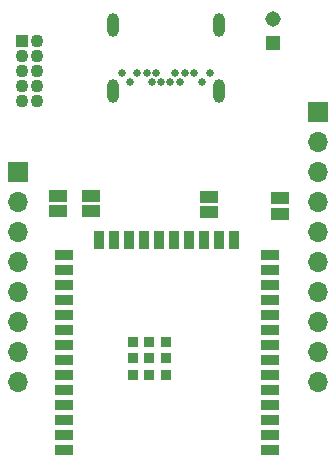
<source format=gbr>
%TF.GenerationSoftware,KiCad,Pcbnew,(6.0.7-1)-1*%
%TF.CreationDate,2022-11-20T21:12:54+11:00*%
%TF.ProjectId,esp32-clover,65737033-322d-4636-9c6f-7665722e6b69,rev?*%
%TF.SameCoordinates,Original*%
%TF.FileFunction,Soldermask,Bot*%
%TF.FilePolarity,Negative*%
%FSLAX46Y46*%
G04 Gerber Fmt 4.6, Leading zero omitted, Abs format (unit mm)*
G04 Created by KiCad (PCBNEW (6.0.7-1)-1) date 2022-11-20 21:12:54*
%MOMM*%
%LPD*%
G01*
G04 APERTURE LIST*
%ADD10R,1.308000X1.308000*%
%ADD11C,1.308000*%
%ADD12C,0.650000*%
%ADD13O,1.000000X2.000000*%
%ADD14R,1.100000X1.100000*%
%ADD15C,1.100000*%
%ADD16R,1.500000X1.000000*%
%ADD17R,1.500000X0.900000*%
%ADD18R,0.900000X1.500000*%
%ADD19R,0.900000X0.900000*%
%ADD20R,1.700000X1.700000*%
%ADD21O,1.700000X1.700000*%
G04 APERTURE END LIST*
D10*
%TO.C,J2*%
X108387500Y-36600000D03*
D11*
X108387500Y-34600000D03*
%TD*%
D12*
%TO.C,J1*%
X103025000Y-39217790D03*
X95575000Y-39217790D03*
X96250000Y-39917790D03*
X96900000Y-39217790D03*
X97700000Y-39217790D03*
X98100000Y-39917790D03*
X98500000Y-39217790D03*
X98900000Y-39917790D03*
X99700000Y-39917790D03*
X100100000Y-39217790D03*
X100500000Y-39917790D03*
X100900000Y-39217790D03*
X101700000Y-39217790D03*
X102350000Y-39917790D03*
D13*
X103800000Y-40717790D03*
X94800000Y-40717790D03*
X103800000Y-35117790D03*
X94800000Y-35117790D03*
%TD*%
D14*
%TO.C,J4*%
X87165000Y-36460000D03*
D15*
X88435000Y-36460000D03*
X87165000Y-37730000D03*
X88435000Y-37730000D03*
X87165000Y-39000000D03*
X88435000Y-39000000D03*
X87165000Y-40270000D03*
X88435000Y-40270000D03*
X87165000Y-41540000D03*
X88435000Y-41540000D03*
%TD*%
D16*
%TO.C,JP2*%
X93000000Y-50850000D03*
X93000000Y-49550000D03*
%TD*%
D17*
%TO.C,U4*%
X90650000Y-71060000D03*
X90650000Y-69790000D03*
X90650000Y-68520000D03*
X90650000Y-67250000D03*
X90650000Y-65980000D03*
X90650000Y-64710000D03*
X90650000Y-63440000D03*
X90650000Y-62170000D03*
X90650000Y-60900000D03*
X90650000Y-59630000D03*
X90650000Y-58360000D03*
X90650000Y-57090000D03*
X90650000Y-55820000D03*
X90650000Y-54550000D03*
D18*
X93685000Y-53300000D03*
X94955000Y-53300000D03*
X96225000Y-53300000D03*
X97495000Y-53300000D03*
X98765000Y-53300000D03*
X100035000Y-53300000D03*
X101305000Y-53300000D03*
X102575000Y-53300000D03*
X103845000Y-53300000D03*
X105115000Y-53300000D03*
D17*
X108150000Y-54550000D03*
X108150000Y-55820000D03*
X108150000Y-57090000D03*
X108150000Y-58360000D03*
X108150000Y-59630000D03*
X108150000Y-60900000D03*
X108150000Y-62170000D03*
X108150000Y-63440000D03*
X108150000Y-64710000D03*
X108150000Y-65980000D03*
X108150000Y-67250000D03*
X108150000Y-68520000D03*
X108150000Y-69790000D03*
X108150000Y-71060000D03*
D19*
X96500000Y-64740000D03*
X97900000Y-64740000D03*
X99300000Y-64740000D03*
X96500000Y-63340000D03*
X97900000Y-63340000D03*
X99300000Y-63340000D03*
X96500000Y-61940000D03*
X97900000Y-61940000D03*
X99300000Y-61940000D03*
%TD*%
D16*
%TO.C,JP3*%
X90200000Y-50850000D03*
X90200000Y-49550000D03*
%TD*%
D20*
%TO.C,J3*%
X86800000Y-47575000D03*
D21*
X86800000Y-50115000D03*
X86800000Y-52655000D03*
X86800000Y-55195000D03*
X86800000Y-57735000D03*
X86800000Y-60275000D03*
X86800000Y-62815000D03*
X86800000Y-65355000D03*
%TD*%
D16*
%TO.C,JP4*%
X109000000Y-49800000D03*
X109000000Y-51100000D03*
%TD*%
D20*
%TO.C,J5*%
X112200000Y-42475000D03*
D21*
X112200000Y-45015000D03*
X112200000Y-47555000D03*
X112200000Y-50095000D03*
X112200000Y-52635000D03*
X112200000Y-55175000D03*
X112200000Y-57715000D03*
X112200000Y-60255000D03*
X112200000Y-62795000D03*
X112200000Y-65335000D03*
%TD*%
D16*
%TO.C,JP1*%
X103000000Y-49650000D03*
X103000000Y-50950000D03*
%TD*%
M02*

</source>
